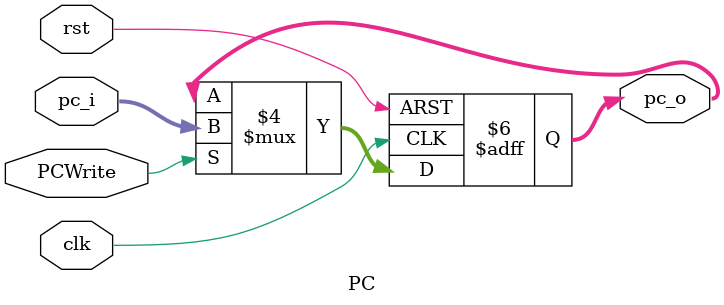
<source format=v>
module PC (
    input clk,
    input rst,
    input PCWrite,
    input [31:0] pc_i,
    output reg [31:0] pc_o
);

    // TODO: implement your program counter here
    always @(posedge clk, negedge rst) begin
        if (~rst) pc_o <= 0;
        else if (PCWrite) pc_o <= pc_i;
        else pc_o <= pc_o;
    end

endmodule


</source>
